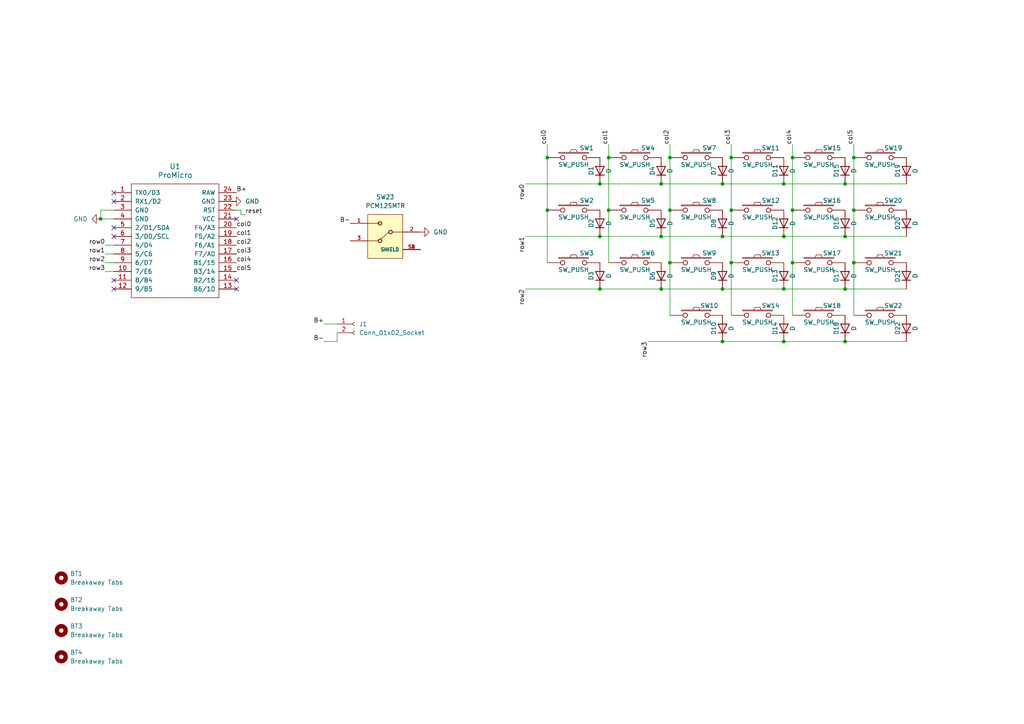
<source format=kicad_sch>
(kicad_sch (version 20231120) (generator "eeschema") (generator_version "8.0")
  (paper "A4")
  (lib_symbols
    (symbol "Connector:Conn_01x02_Socket" (pin_names (offset 1.016) hide)
      (property "Reference" "J" (at 0 2.54 0))
      (property "Value" "Conn_01x02_Socket" (at 0 -5.08 0))
      (symbol "Conn_01x02_Socket_1_1"
        (arc (start 0 -2.032) (mid -0.5058 -2.54) (end 0 -3.048) (stroke (width 0.1524)))
        (polyline (pts (xy -1.27 -2.54) (xy -0.508 -2.54)) (stroke (width 0.1524)))
        (polyline (pts (xy -1.27 0) (xy -0.508 0)) (stroke (width 0.1524)))
        (arc (start 0 0.508) (mid -0.5058 0) (end 0 -0.508) (stroke (width 0.1524)))
        (pin passive line (at -5.08 0 0) (length 3.81) (name "Pin_1") (number "1"))
        (pin passive line (at -5.08 -2.54 0) (length 3.81) (name "Pin_2") (number "2"))
      )
    )
    (symbol "Device:D" (pin_numbers hide) (pin_names (offset 1.016) hide)
      (property "Reference" "D" (at 0 2.54 0))
      (property "Value" "D" (at 0 -2.54 0))
      (symbol "D_0_1"
        (polyline (pts (xy -1.27 1.27) (xy -1.27 -1.27)) (stroke (width 0.254)))
        (polyline (pts (xy 1.27 0) (xy -1.27 0)))
        (polyline (pts (xy 1.27 1.27) (xy 1.27 -1.27) (xy -1.27 0) (xy 1.27 1.27)) (stroke (width 0.254)))
      )
      (symbol "D_1_1"
        (pin passive line (at -3.81 0 0) (length 2.54) (name "K") (number "1"))
        (pin passive line (at 3.81 0 180) (length 2.54) (name "A") (number "2"))
      )
    )
    (symbol "Mechanical:MountingHole" (pin_names (offset 1.016))
      (property "Reference" "H" (at 0 5.08 0))
      (property "Value" "MountingHole" (at 0 3.175 0))
      (symbol "MountingHole_0_1"
        (circle (center 0 0) (radius 1.27) (stroke (width 1.27)))
      )
    )
    (symbol "PCM_PCM12SMTR:PCM12SMTR" (pin_names (offset 1.016))
      (property "Reference" "SW" (at -5.0844 5.3386 0))
      (property "Value" "PCM12SMTR" (at -5.1814 -9.6619 0))
      (symbol "PCM12SMTR_0_0"
        (rectangle (start -5.08 -7.62) (end 5.08 5.08) (stroke (width 0.1524)) (fill (type background)))
        (circle (center -1.524 -2.54) (radius 0.508) (stroke (width 0.254)))
        (circle (center -1.524 2.54) (radius 0.508) (stroke (width 0.254)))
        (polyline (pts (xy -5.08 -2.54) (xy -2.032 -2.54)) (stroke (width 0.1524)))
        (polyline (pts (xy -5.08 2.54) (xy -1.524 2.54)) (stroke (width 0.1524)))
        (polyline (pts (xy 1.016 0) (xy -1.27 -2.032)) (stroke (width 0.1524)))
        (polyline (pts (xy 2.032 0) (xy 5.08 0)) (stroke (width 0.1524)))
        (circle (center 1.524 0) (radius 0.508) (stroke (width 0.254)))
        (pin passive line (at -10.16 2.54 0) (length 5.08) (name "~") (number "1"))
        (pin passive line (at 10.16 0 180) (length 5.08) (name "~") (number "2"))
        (pin passive line (at -10.16 -2.54 0) (length 5.08) (name "~") (number "3"))
        (pin passive line (at 10.16 -5.08 180) (length 5.08) (name "SHIELD") (number "S1"))
        (pin passive line (at 10.16 -5.08 180) (length 5.08) (name "SHIELD") (number "S2"))
        (pin passive line (at 10.16 -5.08 180) (length 5.08) (name "SHIELD") (number "S3"))
        (pin passive line (at 10.16 -5.08 180) (length 5.08) (name "SHIELD") (number "S4"))
      )
    )
    (symbol "corne-chocolate-rescue:SW_PUSH-kbd" (pin_numbers hide) (pin_names (offset 1.016) hide)
      (property "Reference" "SW" (at 3.81 2.794 0))
      (property "Value" "SW_PUSH-kbd" (at 0 -2.032 0))
      (symbol "SW_PUSH-kbd_0_1"
        (rectangle (start -4.318 1.27) (end 4.318 1.524))
        (polyline (pts (xy -1.016 1.524) (xy -0.762 2.286) (xy 0.762 2.286) (xy 1.016 1.524)))
        (pin passive inverted (at -7.62 0 0) (length 5.08) (name "1") (number "1"))
        (pin passive inverted (at 7.62 0 180) (length 5.08) (name "2") (number "2"))
      )
    )
    (symbol "kbd:ProMicro" (pin_names (offset 1.016))
      (property "Reference" "U" (at 0 19.05 0))
      (property "Value" "ProMicro" (at 0 -19.05 0))
      (symbol "ProMicro_0_1"
        (rectangle (start -12.7 16.51) (end 12.7 -16.51))
      )
      (symbol "ProMicro_1_1"
        (pin bidirectional line (at -17.78 13.97 0) (length 5.08) (name "TX0/D3") (number "1"))
        (pin bidirectional line (at -17.78 -8.89 0) (length 5.08) (name "7/E6") (number "10"))
        (pin bidirectional line (at -17.78 -11.43 0) (length 5.08) (name "8/B4") (number "11"))
        (pin bidirectional line (at -17.78 -13.97 0) (length 5.08) (name "9/B5") (number "12"))
        (pin bidirectional line (at 17.78 -13.97 180) (length 5.08) (name "B6/10") (number "13"))
        (pin bidirectional line (at 17.78 -11.43 180) (length 5.08) (name "B2/16") (number "14"))
        (pin bidirectional line (at 17.78 -8.89 180) (length 5.08) (name "B3/14") (number "15"))
        (pin bidirectional line (at 17.78 -6.35 180) (length 5.08) (name "B1/15") (number "16"))
        (pin bidirectional line (at 17.78 -3.81 180) (length 5.08) (name "F7/A0") (number "17"))
        (pin bidirectional line (at 17.78 -1.27 180) (length 5.08) (name "F6/A1") (number "18"))
        (pin bidirectional line (at 17.78 1.27 180) (length 5.08) (name "F5/A2") (number "19"))
        (pin bidirectional line (at -17.78 11.43 0) (length 5.08) (name "RX1/D2") (number "2"))
        (pin bidirectional line (at 17.78 3.81 180) (length 5.08) (name "F4/A3") (number "20"))
        (pin power_in line (at 17.78 6.35 180) (length 5.08) (name "VCC") (number "21"))
        (pin input line (at 17.78 8.89 180) (length 5.08) (name "RST") (number "22"))
        (pin power_in line (at 17.78 11.43 180) (length 5.08) (name "GND") (number "23"))
        (pin power_out line (at 17.78 13.97 180) (length 5.08) (name "RAW") (number "24"))
        (pin power_in line (at -17.78 8.89 0) (length 5.08) (name "GND") (number "3"))
        (pin power_in line (at -17.78 6.35 0) (length 5.08) (name "GND") (number "4"))
        (pin bidirectional line (at -17.78 3.81 0) (length 5.08) (name "2/D1/SDA") (number "5"))
        (pin bidirectional line (at -17.78 1.27 0) (length 5.08) (name "3/D0/SCL") (number "6"))
        (pin bidirectional line (at -17.78 -1.27 0) (length 5.08) (name "4/D4") (number "7"))
        (pin bidirectional line (at -17.78 -3.81 0) (length 5.08) (name "5/C6") (number "8"))
        (pin bidirectional line (at -17.78 -6.35 0) (length 5.08) (name "6/D7") (number "9"))
      )
    )
    (symbol "power:GND" (power) (pin_numbers hide) (pin_names (offset 0) hide)
      (property "Value" "GND" (at 0 -3.81 0))
      (symbol "GND_0_1"
        (polyline (pts (xy 0 0) (xy 0 -1.27) (xy 1.27 -1.27) (xy 0 -2.54) (xy -1.27 -1.27) (xy 0 -1.27)))
      )
      (symbol "GND_1_1"
        (pin power_in line (at 0 0 270) (length 0) (name "~") (number "1"))
      )
    )
  )
  (junction (at 227.33 99.06))
  (junction (at 176.53 60.96))
  (junction (at 191.77 83.82))
  (junction (at 158.75 60.96))
  (junction (at 209.55 83.82))
  (junction (at 173.99 83.82))
  (junction (at 209.55 68.58))
  (junction (at 173.99 68.58))
  (junction (at 194.31 45.72))
  (junction (at 227.33 68.58))
  (junction (at 227.33 83.82))
  (junction (at 209.55 53.34))
  (junction (at 247.65 76.2))
  (junction (at 245.11 68.58))
  (junction (at 229.87 76.2))
  (junction (at 229.87 60.96))
  (junction (at 29.21 63.5))
  (junction (at 212.09 45.72))
  (junction (at 212.09 60.96))
  (junction (at 245.11 99.06))
  (junction (at 247.65 45.72))
  (junction (at 209.55 99.06))
  (junction (at 245.11 83.82))
  (junction (at 191.77 68.58))
  (junction (at 191.77 53.34))
  (junction (at 158.75 45.72))
  (junction (at 212.09 76.2))
  (junction (at 247.65 60.96))
  (junction (at 245.11 53.34))
  (junction (at 194.31 60.96))
  (junction (at 227.33 53.34))
  (junction (at 194.31 76.2))
  (junction (at 229.87 45.72))
  (junction (at 176.53 45.72))
  (junction (at 173.99 53.34))
  (no_connect (at 33.02 81.28))
  (no_connect (at 68.58 63.5))
  (no_connect (at 68.58 81.28))
  (no_connect (at 33.02 55.88))
  (no_connect (at 33.02 68.58))
  (no_connect (at 33.02 58.42))
  (no_connect (at 68.58 83.82))
  (no_connect (at 33.02 83.82))
  (no_connect (at 33.02 66.04))
  (wire (pts (xy 33.02 60.96) (xy 29.21 60.96)))
  (wire (pts (xy 30.48 76.2) (xy 33.02 76.2)))
  (wire (pts (xy 209.55 99.06) (xy 227.33 99.06)))
  (wire (pts (xy 93.98 93.98) (xy 97.79 93.98)))
  (wire (pts (xy 227.33 68.58) (xy 245.11 68.58)))
  (wire (pts (xy 152.4 68.58) (xy 173.99 68.58)))
  (wire (pts (xy 229.87 76.2) (xy 229.87 91.44)))
  (wire (pts (xy 194.31 60.96) (xy 194.31 76.2)))
  (wire (pts (xy 229.87 41.91) (xy 229.87 45.72)))
  (wire (pts (xy 29.21 60.96) (xy 29.21 63.5)))
  (wire (pts (xy 173.99 83.82) (xy 191.77 83.82)))
  (wire (pts (xy 247.65 41.91) (xy 247.65 45.72)))
  (wire (pts (xy 245.11 83.82) (xy 262.89 83.82)))
  (wire (pts (xy 29.21 63.5) (xy 33.02 63.5)))
  (wire (pts (xy 247.65 45.72) (xy 247.65 60.96)))
  (wire (pts (xy 158.75 60.96) (xy 158.75 76.2)))
  (wire (pts (xy 176.53 60.96) (xy 176.53 76.2)))
  (wire (pts (xy 194.31 76.2) (xy 194.31 91.44)))
  (wire (pts (xy 30.48 71.12) (xy 33.02 71.12)))
  (wire (pts (xy 97.79 99.06) (xy 97.79 96.52)))
  (wire (pts (xy 212.09 60.96) (xy 212.09 76.2)))
  (wire (pts (xy 227.33 83.82) (xy 245.11 83.82)))
  (wire (pts (xy 212.09 41.91) (xy 212.09 45.72)))
  (wire (pts (xy 187.96 99.06) (xy 209.55 99.06)))
  (wire (pts (xy 229.87 60.96) (xy 229.87 76.2)))
  (wire (pts (xy 247.65 76.2) (xy 247.65 91.44)))
  (wire (pts (xy 247.65 60.96) (xy 247.65 76.2)))
  (wire (pts (xy 158.75 41.91) (xy 158.75 45.72)))
  (wire (pts (xy 69.85 62.23) (xy 69.85 60.96)))
  (wire (pts (xy 191.77 68.58) (xy 209.55 68.58)))
  (wire (pts (xy 71.12 62.23) (xy 69.85 62.23)))
  (wire (pts (xy 173.99 68.58) (xy 191.77 68.58)))
  (wire (pts (xy 30.48 78.74) (xy 33.02 78.74)))
  (wire (pts (xy 245.11 99.06) (xy 262.89 99.06)))
  (wire (pts (xy 152.4 83.82) (xy 173.99 83.82)))
  (wire (pts (xy 227.33 99.06) (xy 245.11 99.06)))
  (wire (pts (xy 69.85 60.96) (xy 68.58 60.96)))
  (wire (pts (xy 194.31 41.91) (xy 194.31 45.72)))
  (wire (pts (xy 245.11 68.58) (xy 262.89 68.58)))
  (wire (pts (xy 176.53 45.72) (xy 176.53 60.96)))
  (wire (pts (xy 209.55 83.82) (xy 227.33 83.82)))
  (wire (pts (xy 93.98 99.06) (xy 97.79 99.06)))
  (wire (pts (xy 30.48 73.66) (xy 33.02 73.66)))
  (wire (pts (xy 67.31 58.42) (xy 68.58 58.42)))
  (wire (pts (xy 212.09 76.2) (xy 212.09 91.44)))
  (wire (pts (xy 245.11 53.34) (xy 262.89 53.34)))
  (wire (pts (xy 173.99 53.34) (xy 191.77 53.34)))
  (wire (pts (xy 152.4 53.34) (xy 173.99 53.34)))
  (wire (pts (xy 229.87 45.72) (xy 229.87 60.96)))
  (wire (pts (xy 209.55 53.34) (xy 227.33 53.34)))
  (wire (pts (xy 194.31 45.72) (xy 194.31 60.96)))
  (wire (pts (xy 212.09 45.72) (xy 212.09 60.96)))
  (wire (pts (xy 191.77 83.82) (xy 209.55 83.82)))
  (wire (pts (xy 209.55 68.58) (xy 227.33 68.58)))
  (wire (pts (xy 158.75 45.72) (xy 158.75 60.96)))
  (wire (pts (xy 191.77 53.34) (xy 209.55 53.34)))
  (wire (pts (xy 176.53 41.91) (xy 176.53 45.72)))
  (wire (pts (xy 227.33 53.34) (xy 245.11 53.34)))
  (label "col2" (at 68.58 71.12 0))
  (label "col3" (at 212.09 41.91 90))
  (label "col1" (at 68.58 68.58 0))
  (label "row3" (at 30.48 78.74 180))
  (label "col0" (at 158.75 41.91 90))
  (label "col2" (at 194.31 41.91 90))
  (label "col1" (at 176.53 41.91 90))
  (label "row2" (at 152.4 83.82 270))
  (label "row1" (at 30.48 73.66 180))
  (label "row0" (at 30.48 71.12 180))
  (label "col0" (at 68.58 66.04 0))
  (label "col4" (at 229.87 41.91 90))
  (label "col5" (at 247.65 41.91 90))
  (label "col4" (at 68.58 76.2 0))
  (label "col3" (at 68.58 73.66 0))
  (label "B-" (at 93.98 99.06 180))
  (label "row0" (at 152.4 53.34 270))
  (label "B-" (at 101.6 64.77 180))
  (label "row2" (at 30.48 76.2 180))
  (label "col5" (at 68.58 78.74 0))
  (label "B+" (at 93.98 93.98 180))
  (label "reset" (at 71.12 62.23 0))
  (label "B+" (at 68.58 55.88 0))
  (label "row3" (at 187.96 99.06 270))
  (label "row1" (at 152.4 68.58 270))
  (symbol (lib_id "Device:D") (at 191.77 64.77 90) (unit 1)
    (property "Reference" "D5" (at 189.23 64.77 0))
    (property "Value" "D" (at 194.31 64.77 0))
    (property "Footprint" "Diode_SMD:Nexperia_CFP3_SOD-123W" (effects (hide yes)))
  )
  (symbol (lib_id "Device:D") (at 191.77 80.01 90) (unit 1)
    (property "Reference" "D6" (at 189.23 80.01 0))
    (property "Value" "D" (at 194.31 80.01 0))
    (property "Footprint" "Diode_SMD:Nexperia_CFP3_SOD-123W" (effects (hide yes)))
  )
  (symbol (lib_id "kbd:ProMicro") (at 50.8 69.85 0) (unit 1)
    (property "Reference" "U1" (at 50.8 48.26 0) (effects (font (size 1.524 1.524))))
    (property "Value" "ProMicro" (at 50.8 50.8 0) (effects (font (size 1.524 1.524))))
    (property "Footprint" "kbd:ProMicro" (effects (hide yes)))
  )
  (symbol (lib_id "Device:D") (at 227.33 80.01 90) (unit 1)
    (property "Reference" "D13" (at 224.79 80.01 0))
    (property "Value" "D" (at 229.87 80.01 0))
    (property "Footprint" "Diode_SMD:Nexperia_CFP3_SOD-123W" (effects (hide yes)))
  )
  (symbol (lib_id "Device:D") (at 227.33 95.25 90) (unit 1)
    (property "Reference" "D14" (at 224.79 95.25 0))
    (property "Value" "D" (at 229.87 95.25 0))
    (property "Footprint" "Diode_SMD:Nexperia_CFP3_SOD-123W" (effects (hide yes)))
  )
  (symbol (lib_id "corne-chocolate-rescue:SW_PUSH-kbd") (at 237.49 60.96 0) (unit 1)
    (property "Reference" "SW16" (at 241.3 58.166 0))
    (property "Value" "SW_PUSH" (at 237.49 62.992 0))
    (property "Footprint" "kbd:keyswitch_choc12_hotswap_1u" (effects (hide yes)))
  )
  (symbol (lib_id "corne-chocolate-rescue:SW_PUSH-kbd") (at 255.27 76.2 0) (unit 1)
    (property "Reference" "SW21" (at 259.08 73.406 0))
    (property "Value" "SW_PUSH" (at 255.27 78.232 0))
    (property "Footprint" "kbd:keyswitch_choc12_hotswap_1u" (effects (hide yes)))
  )
  (symbol (lib_id "corne-chocolate-rescue:SW_PUSH-kbd") (at 219.71 91.44 0) (unit 1)
    (property "Reference" "SW14" (at 223.52 88.646 0))
    (property "Value" "SW_PUSH" (at 219.71 93.472 0))
    (property "Footprint" "kbd:keyswitch_choc12_hotswap_1u" (effects (hide yes)))
  )
  (symbol (lib_id "Device:D") (at 173.99 49.53 90) (unit 1)
    (property "Reference" "D1" (at 171.45 49.53 0))
    (property "Value" "D" (at 176.53 49.53 0))
    (property "Footprint" "Diode_SMD:Nexperia_CFP3_SOD-123W" (effects (hide yes)))
  )
  (symbol (lib_id "corne-chocolate-rescue:SW_PUSH-kbd") (at 166.37 60.96 0) (unit 1)
    (property "Reference" "SW2" (at 170.18 58.166 0))
    (property "Value" "SW_PUSH" (at 166.37 62.992 0))
    (property "Footprint" "kbd:keyswitch_choc12_hotswap_1u" (effects (hide yes)))
  )
  (symbol (lib_id "Device:D") (at 262.89 64.77 90) (unit 1)
    (property "Reference" "D20" (at 260.35 64.77 0))
    (property "Value" "D" (at 265.43 64.77 0))
    (property "Footprint" "Diode_SMD:Nexperia_CFP3_SOD-123W" (effects (hide yes)))
  )
  (symbol (lib_id "corne-chocolate-rescue:SW_PUSH-kbd") (at 255.27 45.72 0) (unit 1)
    (property "Reference" "SW19" (at 259.08 42.926 0))
    (property "Value" "SW_PUSH" (at 255.27 47.752 0))
    (property "Footprint" "kbd:keyswitch_choc12_hotswap_1u" (effects (hide yes)))
  )
  (symbol (lib_id "corne-chocolate-rescue:SW_PUSH-kbd") (at 219.71 60.96 0) (unit 1)
    (property "Reference" "SW12" (at 223.52 58.166 0))
    (property "Value" "SW_PUSH" (at 219.71 62.992 0))
    (property "Footprint" "kbd:keyswitch_choc12_hotswap_1u" (effects (hide yes)))
  )
  (symbol (lib_id "corne-chocolate-rescue:SW_PUSH-kbd") (at 255.27 91.44 0) (unit 1)
    (property "Reference" "SW22" (at 259.08 88.646 0))
    (property "Value" "SW_PUSH" (at 255.27 93.472 0))
    (property "Footprint" "kbd:keyswitch_choc12_hotswap_1u" (effects (hide yes)))
  )
  (symbol (lib_id "Mechanical:MountingHole") (at 17.78 190.5 0) (unit 1)
    (property "Reference" "BT4" (at 20.32 189.23 0) (effects (justify left)))
    (property "Value" "Breakaway Tabs" (at 20.32 191.77 0) (effects (justify left)))
    (property "Footprint" "kbd:Breakaway_Tabs" (effects (hide yes)))
  )
  (symbol (lib_id "Mechanical:MountingHole") (at 17.78 182.88 0) (unit 1)
    (property "Reference" "BT3" (at 20.32 181.61 0) (effects (justify left)))
    (property "Value" "Breakaway Tabs" (at 20.32 184.15 0) (effects (justify left)))
    (property "Footprint" "kbd:Breakaway_Tabs" (effects (hide yes)))
  )
  (symbol (lib_id "Device:D") (at 262.89 49.53 90) (unit 1)
    (property "Reference" "D19" (at 260.35 49.53 0))
    (property "Value" "D" (at 265.43 49.53 0))
    (property "Footprint" "Diode_SMD:Nexperia_CFP3_SOD-123W" (effects (hide yes)))
  )
  (symbol (lib_id "Device:D") (at 209.55 49.53 90) (unit 1)
    (property "Reference" "D7" (at 207.01 49.53 0))
    (property "Value" "D" (at 212.09 49.53 0))
    (property "Footprint" "Diode_SMD:Nexperia_CFP3_SOD-123W" (effects (hide yes)))
  )
  (symbol (lib_id "Device:D") (at 173.99 80.01 90) (unit 1)
    (property "Reference" "D3" (at 171.45 80.01 0))
    (property "Value" "D" (at 176.53 80.01 0))
    (property "Footprint" "Diode_SMD:Nexperia_CFP3_SOD-123W" (effects (hide yes)))
  )
  (symbol (lib_id "corne-chocolate-rescue:SW_PUSH-kbd") (at 184.15 45.72 0) (unit 1)
    (property "Reference" "SW4" (at 187.96 42.926 0))
    (property "Value" "SW_PUSH" (at 184.15 47.752 0))
    (property "Footprint" "kbd:keyswitch_choc12_hotswap_1u" (effects (hide yes)))
  )
  (symbol (lib_id "Device:D") (at 209.55 64.77 90) (unit 1)
    (property "Reference" "D8" (at 207.01 64.77 0))
    (property "Value" "D" (at 212.09 64.77 0))
    (property "Footprint" "Diode_SMD:Nexperia_CFP3_SOD-123W" (effects (hide yes)))
  )
  (symbol (lib_id "Device:D") (at 209.55 80.01 90) (unit 1)
    (property "Reference" "D9" (at 207.01 80.01 0))
    (property "Value" "D" (at 212.09 80.01 0))
    (property "Footprint" "Diode_SMD:Nexperia_CFP3_SOD-123W" (effects (hide yes)))
  )
  (symbol (lib_id "Device:D") (at 191.77 49.53 90) (unit 1)
    (property "Reference" "D4" (at 189.23 49.53 0))
    (property "Value" "D" (at 194.31 49.53 0))
    (property "Footprint" "Diode_SMD:Nexperia_CFP3_SOD-123W" (effects (hide yes)))
  )
  (symbol (lib_id "corne-chocolate-rescue:SW_PUSH-kbd") (at 166.37 45.72 0) (unit 1)
    (property "Reference" "SW1" (at 170.18 42.926 0))
    (property "Value" "SW_PUSH" (at 166.37 47.752 0))
    (property "Footprint" "kbd:keyswitch_choc12_hotswap_1u" (effects (hide yes)))
  )
  (symbol (lib_id "Connector:Conn_01x02_Socket") (at 102.87 93.98 0) (unit 1)
    (property "Reference" "J1" (at 104.14 93.9799 0) (effects (justify left)))
    (property "Value" "Conn_01x02_Socket" (at 104.14 96.5199 0) (effects (justify left)))
    (property "Footprint" "Connector_JST:JST_EH_S2B-EH_1x02_P2.50mm_Horizontal" (effects (hide yes)))
    (property "Description" "Generic connector, single row, 01x02, script generated" (effects (hide yes)))
  )
  (symbol (lib_id "corne-chocolate-rescue:SW_PUSH-kbd") (at 184.15 76.2 0) (unit 1)
    (property "Reference" "SW6" (at 187.96 73.406 0))
    (property "Value" "SW_PUSH" (at 184.15 78.232 0))
    (property "Footprint" "kbd:keyswitch_choc12_hotswap_1u" (effects (hide yes)))
  )
  (symbol (lib_id "corne-chocolate-rescue:SW_PUSH-kbd") (at 237.49 91.44 0) (unit 1)
    (property "Reference" "SW18" (at 241.3 88.646 0))
    (property "Value" "SW_PUSH" (at 237.49 93.472 0))
    (property "Footprint" "kbd:keyswitch_choc12_hotswap_1u" (effects (hide yes)))
  )
  (symbol (lib_id "corne-chocolate-rescue:SW_PUSH-kbd") (at 166.37 76.2 0) (unit 1)
    (property "Reference" "SW3" (at 170.18 73.406 0))
    (property "Value" "SW_PUSH" (at 166.37 78.232 0))
    (property "Footprint" "kbd:keyswitch_choc12_hotswap_1u" (effects (hide yes)))
  )
  (symbol (lib_id "Device:D") (at 227.33 49.53 90) (unit 1)
    (property "Reference" "D11" (at 224.79 49.53 0))
    (property "Value" "D" (at 229.87 49.53 0))
    (property "Footprint" "Diode_SMD:Nexperia_CFP3_SOD-123W" (effects (hide yes)))
  )
  (symbol (lib_id "corne-chocolate-rescue:SW_PUSH-kbd") (at 219.71 76.2 0) (unit 1)
    (property "Reference" "SW13" (at 223.52 73.406 0))
    (property "Value" "SW_PUSH" (at 219.71 78.232 0))
    (property "Footprint" "kbd:keyswitch_choc12_hotswap_1u" (effects (hide yes)))
  )
  (symbol (lib_id "power:GND") (at 67.31 58.42 90) (unit 1)
    (property "Reference" "#PWR05" (effects (hide yes)))
    (property "Value" "GND" (at 71.12 58.4199 90) (effects (justify right)))
    (property "Description" "Power symbol creates a global label with name \"GND\" , ground" (effects (hide yes)))
  )
  (symbol (lib_id "Mechanical:MountingHole") (at 17.78 167.64 0) (unit 1)
    (property "Reference" "BT1" (at 20.32 166.37 0) (effects (justify left)))
    (property "Value" "Breakaway Tabs" (at 20.32 168.91 0) (effects (justify left)))
    (property "Footprint" "kbd:Breakaway_Tabs" (effects (hide yes)))
  )
  (symbol (lib_id "power:GND") (at 121.92 67.31 90) (unit 1)
    (property "Reference" "#PWR06" (effects (hide yes)))
    (property "Value" "GND" (at 125.73 67.3099 90) (effects (justify right)))
    (property "Description" "Power symbol creates a global label with name \"GND\" , ground" (effects (hide yes)))
  )
  (symbol (lib_id "corne-chocolate-rescue:SW_PUSH-kbd") (at 201.93 76.2 0) (unit 1)
    (property "Reference" "SW9" (at 205.74 73.406 0))
    (property "Value" "SW_PUSH" (at 201.93 78.232 0))
    (property "Footprint" "kbd:keyswitch_choc12_hotswap_1u" (effects (hide yes)))
  )
  (symbol (lib_id "Device:D") (at 173.99 64.77 90) (unit 1)
    (property "Reference" "D2" (at 171.45 64.77 0))
    (property "Value" "D" (at 176.53 64.77 0))
    (property "Footprint" "Diode_SMD:Nexperia_CFP3_SOD-123W" (effects (hide yes)))
  )
  (symbol (lib_id "Device:D") (at 245.11 95.25 90) (unit 1)
    (property "Reference" "D18" (at 242.57 95.25 0))
    (property "Value" "D" (at 247.65 95.25 0))
    (property "Footprint" "Diode_SMD:Nexperia_CFP3_SOD-123W" (effects (hide yes)))
  )
  (symbol (lib_id "corne-chocolate-rescue:SW_PUSH-kbd") (at 219.71 45.72 0) (unit 1)
    (property "Reference" "SW11" (at 223.52 42.926 0))
    (property "Value" "SW_PUSH" (at 219.71 47.752 0))
    (property "Footprint" "kbd:keyswitch_choc12_hotswap_1u" (effects (hide yes)))
  )
  (symbol (lib_id "corne-chocolate-rescue:SW_PUSH-kbd") (at 237.49 76.2 0) (unit 1)
    (property "Reference" "SW17" (at 241.3 73.406 0))
    (property "Value" "SW_PUSH" (at 237.49 78.232 0))
    (property "Footprint" "kbd:keyswitch_choc12_hotswap_1u" (effects (hide yes)))
  )
  (symbol (lib_id "Mechanical:MountingHole") (at 17.78 175.26 0) (unit 1)
    (property "Reference" "BT2" (at 20.32 173.99 0) (effects (justify left)))
    (property "Value" "Breakaway Tabs" (at 20.32 176.53 0) (effects (justify left)))
    (property "Footprint" "kbd:Breakaway_Tabs" (effects (hide yes)))
  )
  (symbol (lib_id "Device:D") (at 245.11 49.53 90) (unit 1)
    (property "Reference" "D15" (at 242.57 49.53 0))
    (property "Value" "D" (at 247.65 49.53 0))
    (property "Footprint" "Diode_SMD:Nexperia_CFP3_SOD-123W" (effects (hide yes)))
  )
  (symbol (lib_id "power:GND") (at 29.21 63.5 270) (unit 1)
    (property "Reference" "#PWR04" (effects (hide yes)))
    (property "Value" "GND" (at 25.4 63.4999 90) (effects (justify right)))
    (property "Description" "Power symbol creates a global label with name \"GND\" , ground" (effects (hide yes)))
  )
  (symbol (lib_id "Device:D") (at 245.11 64.77 90) (unit 1)
    (property "Reference" "D16" (at 242.57 64.77 0))
    (property "Value" "D" (at 247.65 64.77 0))
    (property "Footprint" "Diode_SMD:Nexperia_CFP3_SOD-123W" (effects (hide yes)))
  )
  (symbol (lib_id "corne-chocolate-rescue:SW_PUSH-kbd") (at 201.93 45.72 0) (unit 1)
    (property "Reference" "SW7" (at 205.74 42.926 0))
    (property "Value" "SW_PUSH" (at 201.93 47.752 0))
    (property "Footprint" "kbd:keyswitch_choc12_hotswap_1u" (effects (hide yes)))
  )
  (symbol (lib_id "corne-chocolate-rescue:SW_PUSH-kbd") (at 255.27 60.96 0) (unit 1)
    (property "Reference" "SW20" (at 259.08 58.166 0))
    (property "Value" "SW_PUSH" (at 255.27 62.992 0))
    (property "Footprint" "kbd:keyswitch_choc12_hotswap_1u" (effects (hide yes)))
  )
  (symbol (lib_id "Device:D") (at 262.89 80.01 90) (unit 1)
    (property "Reference" "D21" (at 260.35 80.01 0))
    (property "Value" "D" (at 265.43 80.01 0))
    (property "Footprint" "Diode_SMD:Nexperia_CFP3_SOD-123W" (effects (hide yes)))
  )
  (symbol (lib_id "PCM_PCM12SMTR:PCM12SMTR") (at 111.76 67.31 0) (unit 1)
    (property "Reference" "SW23" (at 111.76 57.15 0))
    (property "Value" "PCM12SMTR" (at 111.76 59.69 0))
    (property "Footprint" "Button_Switch_SMD:SW_SPDT_PCM12" (effects (hide yes)))
    (property "STANDARD" "Manufacturer Recommendation" (effects (hide yes)))
    (property "MANUFACTURER" "C&K" (effects (hide yes)))
  )
  (symbol (lib_id "corne-chocolate-rescue:SW_PUSH-kbd") (at 201.93 60.96 0) (unit 1)
    (property "Reference" "SW8" (at 205.74 58.166 0))
    (property "Value" "SW_PUSH" (at 201.93 62.992 0))
    (property "Footprint" "kbd:keyswitch_choc12_hotswap_1u" (effects (hide yes)))
  )
  (symbol (lib_id "Device:D") (at 227.33 64.77 90) (unit 1)
    (property "Reference" "D12" (at 224.79 64.77 0))
    (property "Value" "D" (at 229.87 64.77 0))
    (property "Footprint" "Diode_SMD:Nexperia_CFP3_SOD-123W" (effects (hide yes)))
  )
  (symbol (lib_id "Device:D") (at 262.89 95.25 90) (unit 1)
    (property "Reference" "D22" (at 260.35 95.25 0))
    (property "Value" "D" (at 265.43 95.25 0))
    (property "Footprint" "Diode_SMD:Nexperia_CFP3_SOD-123W" (effects (hide yes)))
  )
  (symbol (lib_id "corne-chocolate-rescue:SW_PUSH-kbd") (at 201.93 91.44 0) (unit 1)
    (property "Reference" "SW10" (at 205.74 88.646 0))
    (property "Value" "SW_PUSH" (at 201.93 93.472 0))
    (property "Footprint" "kbd:keyswitch_choc12_hotswap_1u" (effects (hide yes)))
  )
  (symbol (lib_id "corne-chocolate-rescue:SW_PUSH-kbd") (at 237.49 45.72 0) (unit 1)
    (property "Reference" "SW15" (at 241.3 42.926 0))
    (property "Value" "SW_PUSH" (at 237.49 47.752 0))
    (property "Footprint" "kbd:keyswitch_choc12_hotswap_1u" (effects (hide yes)))
  )
  (symbol (lib_id "Device:D") (at 209.55 95.25 90) (unit 1)
    (property "Reference" "D10" (at 207.01 95.25 0))
    (property "Value" "D" (at 212.09 95.25 0))
    (property "Footprint" "Diode_SMD:Nexperia_CFP3_SOD-123W" (effects (hide yes)))
  )
  (symbol (lib_id "corne-chocolate-rescue:SW_PUSH-kbd") (at 184.15 60.96 0) (unit 1)
    (property "Reference" "SW5" (at 187.96 58.166 0))
    (property "Value" "SW_PUSH" (at 184.15 62.992 0))
    (property "Footprint" "kbd:keyswitch_choc12_hotswap_1u" (effects (hide yes)))
  )
  (symbol (lib_id "Device:D") (at 245.11 80.01 90) (unit 1)
    (property "Reference" "D17" (at 242.57 80.01 0))
    (property "Value" "D" (at 247.65 80.01 0))
    (property "Footprint" "Diode_SMD:Nexperia_CFP3_SOD-123W" (effects (hide yes)))
  )
)
</source>
